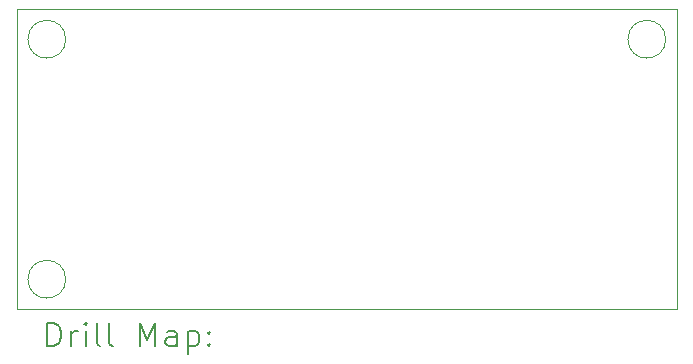
<source format=gbr>
%TF.GenerationSoftware,KiCad,Pcbnew,8.0.6*%
%TF.CreationDate,2025-02-01T10:00:51+01:00*%
%TF.ProjectId,Optoisolatore_K40_1.0,4f70746f-6973-46f6-9c61-746f72655f4b,rev?*%
%TF.SameCoordinates,Original*%
%TF.FileFunction,Drillmap*%
%TF.FilePolarity,Positive*%
%FSLAX45Y45*%
G04 Gerber Fmt 4.5, Leading zero omitted, Abs format (unit mm)*
G04 Created by KiCad (PCBNEW 8.0.6) date 2025-02-01 10:00:51*
%MOMM*%
%LPD*%
G01*
G04 APERTURE LIST*
%ADD10C,0.050000*%
%ADD11C,0.200000*%
G04 APERTURE END LIST*
D10*
X11430000Y-7366000D02*
X17018000Y-7366000D01*
X17018000Y-9906000D01*
X11430000Y-9906000D01*
X11430000Y-7366000D01*
X11844000Y-7620000D02*
G75*
G02*
X11524000Y-7620000I-160000J0D01*
G01*
X11524000Y-7620000D02*
G75*
G02*
X11844000Y-7620000I160000J0D01*
G01*
X16924000Y-7620000D02*
G75*
G02*
X16604000Y-7620000I-160000J0D01*
G01*
X16604000Y-7620000D02*
G75*
G02*
X16924000Y-7620000I160000J0D01*
G01*
X11844000Y-9652000D02*
G75*
G02*
X11524000Y-9652000I-160000J0D01*
G01*
X11524000Y-9652000D02*
G75*
G02*
X11844000Y-9652000I160000J0D01*
G01*
D11*
X11688277Y-10219984D02*
X11688277Y-10019984D01*
X11688277Y-10019984D02*
X11735896Y-10019984D01*
X11735896Y-10019984D02*
X11764467Y-10029508D01*
X11764467Y-10029508D02*
X11783515Y-10048555D01*
X11783515Y-10048555D02*
X11793039Y-10067603D01*
X11793039Y-10067603D02*
X11802562Y-10105698D01*
X11802562Y-10105698D02*
X11802562Y-10134270D01*
X11802562Y-10134270D02*
X11793039Y-10172365D01*
X11793039Y-10172365D02*
X11783515Y-10191412D01*
X11783515Y-10191412D02*
X11764467Y-10210460D01*
X11764467Y-10210460D02*
X11735896Y-10219984D01*
X11735896Y-10219984D02*
X11688277Y-10219984D01*
X11888277Y-10219984D02*
X11888277Y-10086650D01*
X11888277Y-10124746D02*
X11897801Y-10105698D01*
X11897801Y-10105698D02*
X11907324Y-10096174D01*
X11907324Y-10096174D02*
X11926372Y-10086650D01*
X11926372Y-10086650D02*
X11945420Y-10086650D01*
X12012086Y-10219984D02*
X12012086Y-10086650D01*
X12012086Y-10019984D02*
X12002562Y-10029508D01*
X12002562Y-10029508D02*
X12012086Y-10039031D01*
X12012086Y-10039031D02*
X12021610Y-10029508D01*
X12021610Y-10029508D02*
X12012086Y-10019984D01*
X12012086Y-10019984D02*
X12012086Y-10039031D01*
X12135896Y-10219984D02*
X12116848Y-10210460D01*
X12116848Y-10210460D02*
X12107324Y-10191412D01*
X12107324Y-10191412D02*
X12107324Y-10019984D01*
X12240658Y-10219984D02*
X12221610Y-10210460D01*
X12221610Y-10210460D02*
X12212086Y-10191412D01*
X12212086Y-10191412D02*
X12212086Y-10019984D01*
X12469229Y-10219984D02*
X12469229Y-10019984D01*
X12469229Y-10019984D02*
X12535896Y-10162841D01*
X12535896Y-10162841D02*
X12602562Y-10019984D01*
X12602562Y-10019984D02*
X12602562Y-10219984D01*
X12783515Y-10219984D02*
X12783515Y-10115222D01*
X12783515Y-10115222D02*
X12773991Y-10096174D01*
X12773991Y-10096174D02*
X12754943Y-10086650D01*
X12754943Y-10086650D02*
X12716848Y-10086650D01*
X12716848Y-10086650D02*
X12697801Y-10096174D01*
X12783515Y-10210460D02*
X12764467Y-10219984D01*
X12764467Y-10219984D02*
X12716848Y-10219984D01*
X12716848Y-10219984D02*
X12697801Y-10210460D01*
X12697801Y-10210460D02*
X12688277Y-10191412D01*
X12688277Y-10191412D02*
X12688277Y-10172365D01*
X12688277Y-10172365D02*
X12697801Y-10153317D01*
X12697801Y-10153317D02*
X12716848Y-10143793D01*
X12716848Y-10143793D02*
X12764467Y-10143793D01*
X12764467Y-10143793D02*
X12783515Y-10134270D01*
X12878753Y-10086650D02*
X12878753Y-10286650D01*
X12878753Y-10096174D02*
X12897801Y-10086650D01*
X12897801Y-10086650D02*
X12935896Y-10086650D01*
X12935896Y-10086650D02*
X12954943Y-10096174D01*
X12954943Y-10096174D02*
X12964467Y-10105698D01*
X12964467Y-10105698D02*
X12973991Y-10124746D01*
X12973991Y-10124746D02*
X12973991Y-10181889D01*
X12973991Y-10181889D02*
X12964467Y-10200936D01*
X12964467Y-10200936D02*
X12954943Y-10210460D01*
X12954943Y-10210460D02*
X12935896Y-10219984D01*
X12935896Y-10219984D02*
X12897801Y-10219984D01*
X12897801Y-10219984D02*
X12878753Y-10210460D01*
X13059705Y-10200936D02*
X13069229Y-10210460D01*
X13069229Y-10210460D02*
X13059705Y-10219984D01*
X13059705Y-10219984D02*
X13050182Y-10210460D01*
X13050182Y-10210460D02*
X13059705Y-10200936D01*
X13059705Y-10200936D02*
X13059705Y-10219984D01*
X13059705Y-10096174D02*
X13069229Y-10105698D01*
X13069229Y-10105698D02*
X13059705Y-10115222D01*
X13059705Y-10115222D02*
X13050182Y-10105698D01*
X13050182Y-10105698D02*
X13059705Y-10096174D01*
X13059705Y-10096174D02*
X13059705Y-10115222D01*
M02*

</source>
